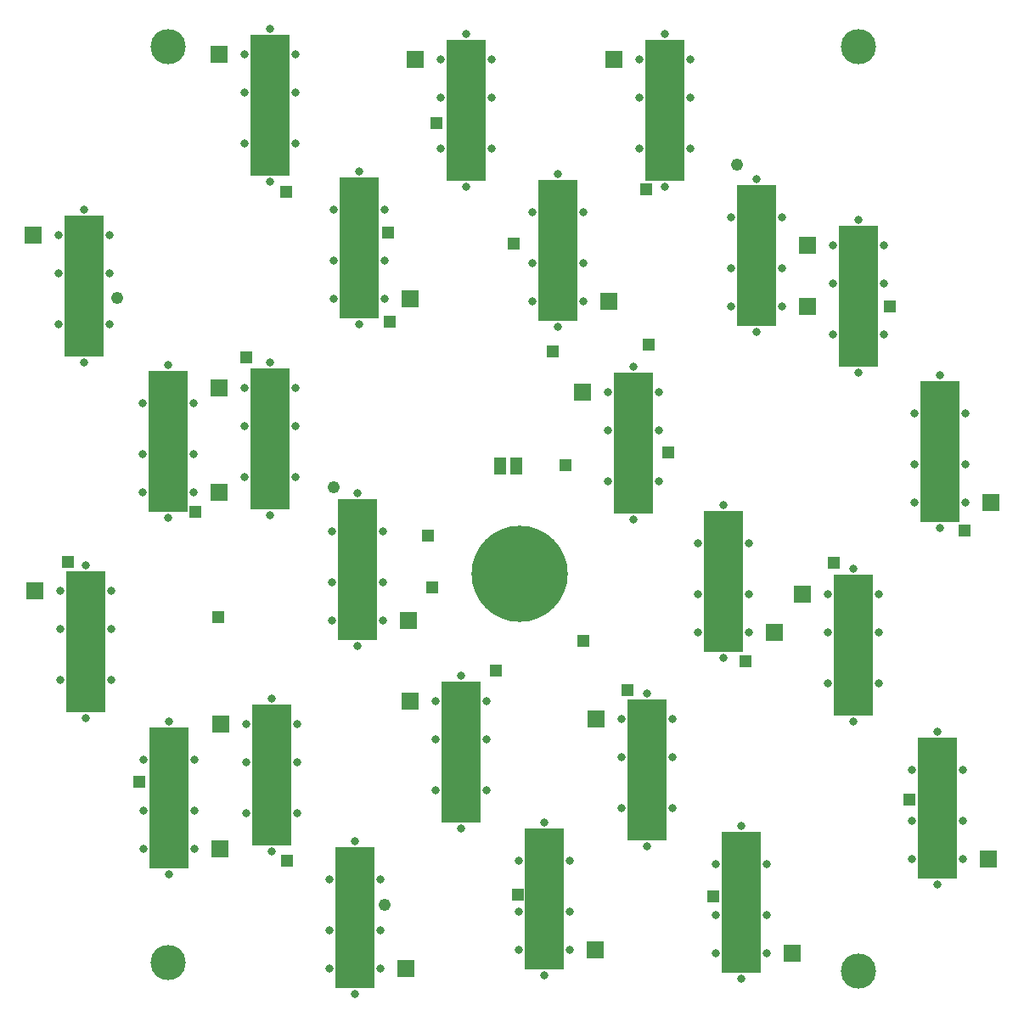
<source format=gts>
G75*
%MOIN*%
%OFA0B0*%
%FSLAX25Y25*%
%IPPOS*%
%LPD*%
%AMOC8*
5,1,8,0,0,1.08239X$1,22.5*
%
%ADD10C,0.03162*%
%ADD11C,0.13800*%
%ADD12C,0.37808*%
%ADD13R,0.15800X0.55800*%
%ADD14R,0.06800X0.06800*%
%ADD15R,0.04737X0.06509*%
%ADD16C,0.04800*%
%ADD17R,0.04762X0.04762*%
%ADD18R,0.05156X0.05156*%
D10*
X0062950Y0022071D03*
X0063400Y0056700D03*
X0053400Y0066700D03*
X0053400Y0081700D03*
X0053400Y0101700D03*
X0063400Y0116700D03*
X0073400Y0101700D03*
X0073400Y0081700D03*
X0073400Y0066700D03*
X0093900Y0080800D03*
X0103900Y0065800D03*
X0113900Y0080800D03*
X0113900Y0100800D03*
X0113900Y0115800D03*
X0103900Y0125800D03*
X0093900Y0115800D03*
X0093900Y0100800D03*
X0136500Y0070000D03*
X0126500Y0055000D03*
X0126500Y0035000D03*
X0126500Y0020000D03*
X0136500Y0010000D03*
X0146500Y0020000D03*
X0146500Y0035000D03*
X0146500Y0055000D03*
X0178100Y0075000D03*
X0168100Y0090000D03*
X0168100Y0110000D03*
X0168100Y0125000D03*
X0178100Y0135000D03*
X0188100Y0125000D03*
X0188100Y0110000D03*
X0188100Y0090000D03*
X0210900Y0077300D03*
X0200900Y0062300D03*
X0200900Y0042300D03*
X0200900Y0027300D03*
X0210900Y0017300D03*
X0220900Y0027300D03*
X0220900Y0042300D03*
X0220900Y0062300D03*
X0241100Y0083000D03*
X0251100Y0068000D03*
X0261100Y0083000D03*
X0261100Y0103000D03*
X0261100Y0118000D03*
X0251100Y0128000D03*
X0241100Y0118000D03*
X0241100Y0103000D03*
X0281100Y0142000D03*
X0271100Y0152000D03*
X0271100Y0167000D03*
X0271100Y0187000D03*
X0281100Y0202000D03*
X0291100Y0187000D03*
X0291100Y0167000D03*
X0291100Y0152000D03*
X0322100Y0152000D03*
X0322100Y0167000D03*
X0332100Y0177000D03*
X0342100Y0167000D03*
X0342100Y0152000D03*
X0342100Y0132000D03*
X0332100Y0117000D03*
X0322100Y0132000D03*
X0355100Y0098000D03*
X0365100Y0113000D03*
X0375100Y0098000D03*
X0375100Y0078000D03*
X0375100Y0063000D03*
X0365100Y0053000D03*
X0355100Y0063000D03*
X0355100Y0078000D03*
X0298100Y0060800D03*
X0288100Y0075800D03*
X0278100Y0060800D03*
X0278100Y0040800D03*
X0278100Y0025800D03*
X0288100Y0015800D03*
X0298100Y0025800D03*
X0298100Y0040800D03*
X0334100Y0019000D03*
X0366100Y0193000D03*
X0376100Y0203000D03*
X0376100Y0218000D03*
X0376100Y0238000D03*
X0366100Y0253000D03*
X0356100Y0238000D03*
X0356100Y0218000D03*
X0356100Y0203000D03*
X0334100Y0254000D03*
X0324100Y0269000D03*
X0324100Y0289000D03*
X0324100Y0304000D03*
X0334100Y0314000D03*
X0344100Y0304000D03*
X0344100Y0289000D03*
X0344100Y0269000D03*
X0304100Y0280000D03*
X0294100Y0270000D03*
X0284100Y0280000D03*
X0284100Y0295000D03*
X0284100Y0315000D03*
X0294100Y0330000D03*
X0304100Y0315000D03*
X0304100Y0295000D03*
X0258100Y0327000D03*
X0248100Y0342000D03*
X0248100Y0362000D03*
X0248100Y0377000D03*
X0258100Y0387000D03*
X0268100Y0377000D03*
X0268100Y0362000D03*
X0268100Y0342000D03*
X0226100Y0317000D03*
X0216100Y0332000D03*
X0206100Y0317000D03*
X0206100Y0297000D03*
X0206100Y0282000D03*
X0216100Y0272000D03*
X0226100Y0282000D03*
X0226100Y0297000D03*
X0245800Y0256200D03*
X0235800Y0246200D03*
X0235800Y0231200D03*
X0235800Y0211200D03*
X0245800Y0196200D03*
X0255800Y0211200D03*
X0255800Y0231200D03*
X0255800Y0246200D03*
X0180100Y0327000D03*
X0170100Y0342000D03*
X0170100Y0362000D03*
X0170100Y0377000D03*
X0180100Y0387000D03*
X0190100Y0377000D03*
X0190100Y0362000D03*
X0190100Y0342000D03*
X0148100Y0318000D03*
X0138100Y0333000D03*
X0128100Y0318000D03*
X0128100Y0298000D03*
X0128100Y0283000D03*
X0138100Y0273000D03*
X0148100Y0283000D03*
X0148100Y0298000D03*
X0103100Y0329000D03*
X0093100Y0344000D03*
X0093100Y0364000D03*
X0093100Y0379000D03*
X0103100Y0389000D03*
X0113100Y0379000D03*
X0113100Y0364000D03*
X0113100Y0344000D03*
X0063100Y0382000D03*
X0030100Y0318000D03*
X0020100Y0308000D03*
X0020100Y0293000D03*
X0020100Y0273000D03*
X0030100Y0258000D03*
X0040100Y0273000D03*
X0040100Y0293000D03*
X0040100Y0308000D03*
X0063100Y0257000D03*
X0053100Y0242000D03*
X0053100Y0222000D03*
X0053100Y0207000D03*
X0063100Y0197000D03*
X0073100Y0207000D03*
X0073100Y0222000D03*
X0073100Y0242000D03*
X0093100Y0248000D03*
X0103100Y0258000D03*
X0113100Y0248000D03*
X0113100Y0233000D03*
X0113100Y0213000D03*
X0103100Y0198000D03*
X0093100Y0213000D03*
X0093100Y0233000D03*
X0127500Y0191600D03*
X0137500Y0206600D03*
X0147500Y0191600D03*
X0147500Y0171600D03*
X0147500Y0156600D03*
X0137500Y0146600D03*
X0127500Y0156600D03*
X0127500Y0171600D03*
X0040900Y0168100D03*
X0030900Y0178100D03*
X0020900Y0168100D03*
X0020900Y0153100D03*
X0020900Y0133100D03*
X0030900Y0118100D03*
X0040900Y0133100D03*
X0040900Y0153100D03*
X0334100Y0382000D03*
D11*
X0334100Y0382000D03*
X0063100Y0382000D03*
X0063000Y0022100D03*
X0334100Y0019000D03*
D12*
X0201100Y0174772D03*
D13*
X0245800Y0226200D03*
X0281100Y0172000D03*
X0332100Y0147000D03*
X0365100Y0083000D03*
X0288100Y0045800D03*
X0251100Y0098000D03*
X0210900Y0047300D03*
X0178100Y0105000D03*
X0136500Y0040000D03*
X0103900Y0095800D03*
X0063400Y0086700D03*
X0030900Y0148100D03*
X0063100Y0227000D03*
X0103100Y0228000D03*
X0137500Y0176600D03*
X0030100Y0288000D03*
X0103100Y0359000D03*
X0138100Y0303000D03*
X0180100Y0357000D03*
X0216100Y0302000D03*
X0258100Y0357000D03*
X0294100Y0300000D03*
X0334100Y0284000D03*
X0366100Y0223000D03*
D14*
X0386100Y0203000D03*
X0312100Y0167000D03*
X0301100Y0152000D03*
X0231100Y0118000D03*
X0158100Y0125000D03*
X0157500Y0156600D03*
X0083900Y0115800D03*
X0083400Y0066700D03*
X0156500Y0020000D03*
X0230900Y0027300D03*
X0308100Y0025800D03*
X0385100Y0063000D03*
X0225800Y0246200D03*
X0236100Y0282000D03*
X0158100Y0283000D03*
X0083100Y0248000D03*
X0083100Y0207000D03*
X0010900Y0168100D03*
X0010100Y0308000D03*
X0083100Y0379000D03*
X0160100Y0377000D03*
X0238100Y0377000D03*
X0314100Y0304000D03*
X0314100Y0280000D03*
D15*
X0199792Y0217175D03*
X0193335Y0217175D03*
D16*
X0128176Y0208932D03*
X0043000Y0283200D03*
X0148200Y0044800D03*
X0286500Y0335400D03*
D17*
X0250813Y0325887D03*
X0198919Y0304594D03*
X0214100Y0262300D03*
X0251700Y0264800D03*
X0259300Y0222400D03*
X0218969Y0217606D03*
X0226256Y0148500D03*
X0243300Y0129200D03*
X0289938Y0140502D03*
X0324500Y0179300D03*
X0375800Y0192000D03*
X0346400Y0280000D03*
X0191775Y0136862D03*
X0109700Y0062300D03*
X0051900Y0093300D03*
X0082700Y0157900D03*
X0073900Y0199100D03*
X0023900Y0179600D03*
X0093946Y0259762D03*
X0150200Y0274000D03*
X0150200Y0274000D03*
X0149300Y0308800D03*
X0109300Y0325000D03*
X0168300Y0351800D03*
X0354100Y0086100D03*
X0277200Y0048300D03*
X0200300Y0048900D03*
D18*
X0166900Y0169600D03*
X0165200Y0189700D03*
M02*

</source>
